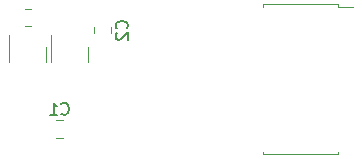
<source format=gbr>
%TF.GenerationSoftware,KiCad,Pcbnew,7.0.5-7.0.5~ubuntu20.04.1*%
%TF.CreationDate,2023-07-18T12:44:14+02:00*%
%TF.ProjectId,EpromEMU_BOT,4570726f-6d45-44d5-955f-424f542e6b69,rev?*%
%TF.SameCoordinates,Original*%
%TF.FileFunction,Legend,Bot*%
%TF.FilePolarity,Positive*%
%FSLAX46Y46*%
G04 Gerber Fmt 4.6, Leading zero omitted, Abs format (unit mm)*
G04 Created by KiCad (PCBNEW 7.0.5-7.0.5~ubuntu20.04.1) date 2023-07-18 12:44:14*
%MOMM*%
%LPD*%
G01*
G04 APERTURE LIST*
%ADD10C,0.150000*%
%ADD11C,0.120000*%
G04 APERTURE END LIST*
D10*
%TO.C,C1*%
X105363266Y-94107380D02*
X105410885Y-94155000D01*
X105410885Y-94155000D02*
X105553742Y-94202619D01*
X105553742Y-94202619D02*
X105648980Y-94202619D01*
X105648980Y-94202619D02*
X105791837Y-94155000D01*
X105791837Y-94155000D02*
X105887075Y-94059761D01*
X105887075Y-94059761D02*
X105934694Y-93964523D01*
X105934694Y-93964523D02*
X105982313Y-93774047D01*
X105982313Y-93774047D02*
X105982313Y-93631190D01*
X105982313Y-93631190D02*
X105934694Y-93440714D01*
X105934694Y-93440714D02*
X105887075Y-93345476D01*
X105887075Y-93345476D02*
X105791837Y-93250238D01*
X105791837Y-93250238D02*
X105648980Y-93202619D01*
X105648980Y-93202619D02*
X105553742Y-93202619D01*
X105553742Y-93202619D02*
X105410885Y-93250238D01*
X105410885Y-93250238D02*
X105363266Y-93297857D01*
X104410885Y-94202619D02*
X104982313Y-94202619D01*
X104696599Y-94202619D02*
X104696599Y-93202619D01*
X104696599Y-93202619D02*
X104791837Y-93345476D01*
X104791837Y-93345476D02*
X104887075Y-93440714D01*
X104887075Y-93440714D02*
X104982313Y-93488333D01*
%TO.C,C2*%
X110878580Y-86894333D02*
X110926200Y-86846714D01*
X110926200Y-86846714D02*
X110973819Y-86703857D01*
X110973819Y-86703857D02*
X110973819Y-86608619D01*
X110973819Y-86608619D02*
X110926200Y-86465762D01*
X110926200Y-86465762D02*
X110830961Y-86370524D01*
X110830961Y-86370524D02*
X110735723Y-86322905D01*
X110735723Y-86322905D02*
X110545247Y-86275286D01*
X110545247Y-86275286D02*
X110402390Y-86275286D01*
X110402390Y-86275286D02*
X110211914Y-86322905D01*
X110211914Y-86322905D02*
X110116676Y-86370524D01*
X110116676Y-86370524D02*
X110021438Y-86465762D01*
X110021438Y-86465762D02*
X109973819Y-86608619D01*
X109973819Y-86608619D02*
X109973819Y-86703857D01*
X109973819Y-86703857D02*
X110021438Y-86846714D01*
X110021438Y-86846714D02*
X110069057Y-86894333D01*
X110069057Y-87275286D02*
X110021438Y-87322905D01*
X110021438Y-87322905D02*
X109973819Y-87418143D01*
X109973819Y-87418143D02*
X109973819Y-87656238D01*
X109973819Y-87656238D02*
X110021438Y-87751476D01*
X110021438Y-87751476D02*
X110069057Y-87799095D01*
X110069057Y-87799095D02*
X110164295Y-87846714D01*
X110164295Y-87846714D02*
X110259533Y-87846714D01*
X110259533Y-87846714D02*
X110402390Y-87799095D01*
X110402390Y-87799095D02*
X110973819Y-87227667D01*
X110973819Y-87227667D02*
X110973819Y-87846714D01*
D11*
%TO.C,C1*%
X105457852Y-96162800D02*
X104935348Y-96162800D01*
X105457852Y-94692800D02*
X104935348Y-94692800D01*
%TO.C,U5*%
X128752220Y-97571600D02*
X128752220Y-97371600D01*
X128752220Y-85051600D02*
X130042220Y-85051600D01*
X128752220Y-84851600D02*
X128752220Y-85051600D01*
X125592220Y-97571600D02*
X128752220Y-97571600D01*
X125592220Y-97571600D02*
X122432220Y-97571600D01*
X125592220Y-84851600D02*
X128752220Y-84851600D01*
X125592220Y-84851600D02*
X122432220Y-84851600D01*
X122432220Y-97571600D02*
X122432220Y-97371600D01*
X122432220Y-84851600D02*
X122432220Y-85051600D01*
%TO.C,C2*%
X108104000Y-87322252D02*
X108104000Y-86799748D01*
X109574000Y-87322252D02*
X109574000Y-86799748D01*
%TO.C,C6*%
X102278548Y-86714000D02*
X102801052Y-86714000D01*
X102278548Y-85244000D02*
X102801052Y-85244000D01*
%TO.C,U8*%
X100954400Y-89103200D02*
X100954400Y-87428200D01*
X100954400Y-89103200D02*
X100954400Y-89753200D01*
X104074400Y-89103200D02*
X104074400Y-88453200D01*
X104074400Y-89103200D02*
X104074400Y-89753200D01*
%TO.C,D2*%
X104510400Y-89105500D02*
X104510400Y-87430500D01*
X104510400Y-89105500D02*
X104510400Y-89755500D01*
X107630400Y-89105500D02*
X107630400Y-88455500D01*
X107630400Y-89105500D02*
X107630400Y-89755500D01*
%TD*%
M02*

</source>
